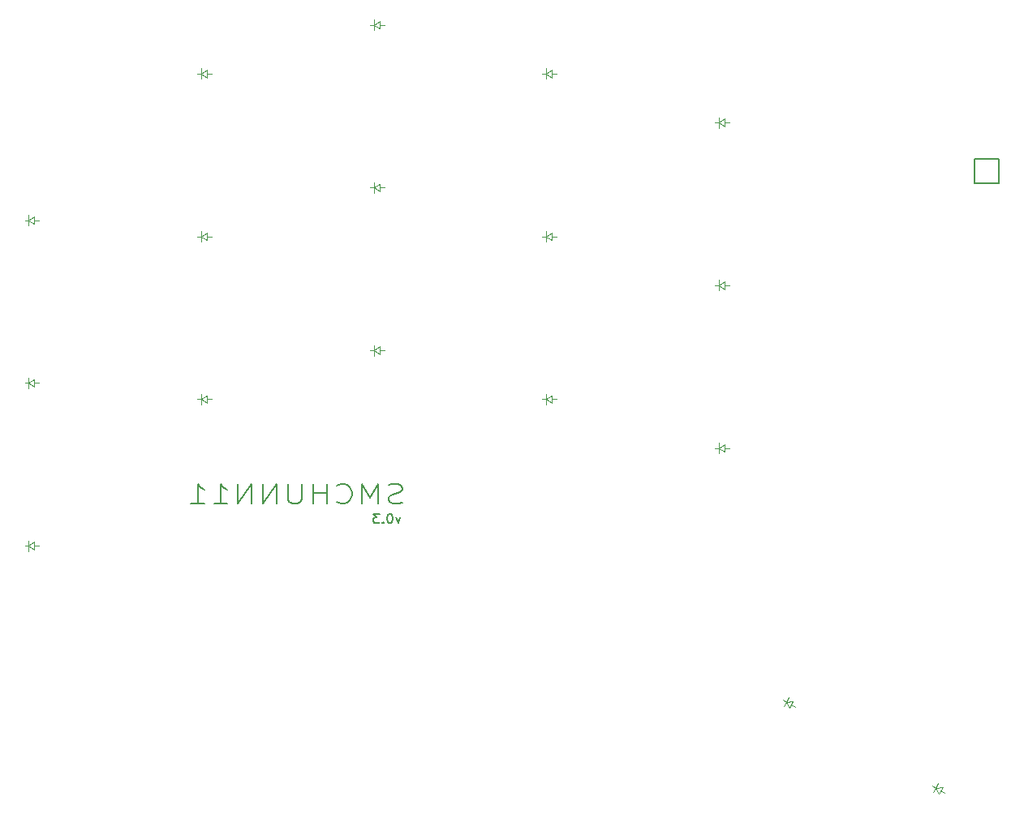
<source format=gbr>
%TF.GenerationSoftware,KiCad,Pcbnew,(6.0.6-1)-1*%
%TF.CreationDate,2022-08-23T15:24:18-05:00*%
%TF.ProjectId,smcboard,736d6362-6f61-4726-942e-6b696361645f,v1.0.0*%
%TF.SameCoordinates,Original*%
%TF.FileFunction,Legend,Bot*%
%TF.FilePolarity,Positive*%
%FSLAX46Y46*%
G04 Gerber Fmt 4.6, Leading zero omitted, Abs format (unit mm)*
G04 Created by KiCad (PCBNEW (6.0.6-1)-1) date 2022-08-23 15:24:18*
%MOMM*%
%LPD*%
G01*
G04 APERTURE LIST*
%ADD10C,0.200000*%
%ADD11C,0.100000*%
%ADD12C,0.150000*%
G04 APERTURE END LIST*
D10*
X113113904Y-94019523D02*
X112756761Y-94114761D01*
X112161523Y-94114761D01*
X111923428Y-94019523D01*
X111804380Y-93924285D01*
X111685333Y-93733809D01*
X111685333Y-93543333D01*
X111804380Y-93352857D01*
X111923428Y-93257619D01*
X112161523Y-93162380D01*
X112637714Y-93067142D01*
X112875809Y-92971904D01*
X112994857Y-92876666D01*
X113113904Y-92686190D01*
X113113904Y-92495714D01*
X112994857Y-92305238D01*
X112875809Y-92210000D01*
X112637714Y-92114761D01*
X112042476Y-92114761D01*
X111685333Y-92210000D01*
X110613904Y-94114761D02*
X110613904Y-92114761D01*
X109780571Y-93543333D01*
X108947238Y-92114761D01*
X108947238Y-94114761D01*
X106328190Y-93924285D02*
X106447238Y-94019523D01*
X106804380Y-94114761D01*
X107042476Y-94114761D01*
X107399619Y-94019523D01*
X107637714Y-93829047D01*
X107756761Y-93638571D01*
X107875809Y-93257619D01*
X107875809Y-92971904D01*
X107756761Y-92590952D01*
X107637714Y-92400476D01*
X107399619Y-92210000D01*
X107042476Y-92114761D01*
X106804380Y-92114761D01*
X106447238Y-92210000D01*
X106328190Y-92305238D01*
X105256761Y-94114761D02*
X105256761Y-92114761D01*
X105256761Y-93067142D02*
X103828190Y-93067142D01*
X103828190Y-94114761D02*
X103828190Y-92114761D01*
X102637714Y-92114761D02*
X102637714Y-93733809D01*
X102518666Y-93924285D01*
X102399619Y-94019523D01*
X102161523Y-94114761D01*
X101685333Y-94114761D01*
X101447238Y-94019523D01*
X101328190Y-93924285D01*
X101209142Y-93733809D01*
X101209142Y-92114761D01*
X100018666Y-94114761D02*
X100018666Y-92114761D01*
X98590095Y-94114761D01*
X98590095Y-92114761D01*
X97399619Y-94114761D02*
X97399619Y-92114761D01*
X95971047Y-94114761D01*
X95971047Y-92114761D01*
X93471047Y-94114761D02*
X94899619Y-94114761D01*
X94185333Y-94114761D02*
X94185333Y-92114761D01*
X94423428Y-92400476D01*
X94661523Y-92590952D01*
X94899619Y-92686190D01*
X91090095Y-94114761D02*
X92518666Y-94114761D01*
X91804380Y-94114761D02*
X91804380Y-92114761D01*
X92042476Y-92400476D01*
X92280571Y-92590952D01*
X92518666Y-92686190D01*
X112928571Y-95535714D02*
X112690476Y-96202380D01*
X112452380Y-95535714D01*
X111880952Y-95202380D02*
X111785714Y-95202380D01*
X111690476Y-95250000D01*
X111642857Y-95297619D01*
X111595238Y-95392857D01*
X111547619Y-95583333D01*
X111547619Y-95821428D01*
X111595238Y-96011904D01*
X111642857Y-96107142D01*
X111690476Y-96154761D01*
X111785714Y-96202380D01*
X111880952Y-96202380D01*
X111976190Y-96154761D01*
X112023809Y-96107142D01*
X112071428Y-96011904D01*
X112119047Y-95821428D01*
X112119047Y-95583333D01*
X112071428Y-95392857D01*
X112023809Y-95297619D01*
X111976190Y-95250000D01*
X111880952Y-95202380D01*
X111119047Y-96107142D02*
X111071428Y-96154761D01*
X111119047Y-96202380D01*
X111166666Y-96154761D01*
X111119047Y-96107142D01*
X111119047Y-96202380D01*
X110738095Y-95202380D02*
X110119047Y-95202380D01*
X110452380Y-95583333D01*
X110309523Y-95583333D01*
X110214285Y-95630952D01*
X110166666Y-95678571D01*
X110119047Y-95773809D01*
X110119047Y-96011904D01*
X110166666Y-96107142D01*
X110214285Y-96154761D01*
X110309523Y-96202380D01*
X110595238Y-96202380D01*
X110690476Y-96154761D01*
X110738095Y-96107142D01*
D11*
%TO.C,D6*%
X92750000Y-49650000D02*
X92150000Y-49250000D01*
X92150000Y-49250000D02*
X92150000Y-49800000D01*
X92750000Y-49250000D02*
X93250000Y-49250000D01*
X92750000Y-48850000D02*
X92750000Y-49650000D01*
X92150000Y-49250000D02*
X92750000Y-48850000D01*
X92150000Y-49250000D02*
X92150000Y-48700000D01*
X91750000Y-49250000D02*
X92150000Y-49250000D01*
%TO.C,D14*%
X146150000Y-71350000D02*
X146750000Y-70950000D01*
X146750000Y-71750000D02*
X146150000Y-71350000D01*
X146150000Y-71350000D02*
X146150000Y-70800000D01*
X145750000Y-71350000D02*
X146150000Y-71350000D01*
X146750000Y-70950000D02*
X146750000Y-71750000D01*
X146750000Y-71350000D02*
X147250000Y-71350000D01*
X146150000Y-71350000D02*
X146150000Y-71900000D01*
%TO.C,D17*%
X168438938Y-123639102D02*
X168785348Y-123839102D01*
X168785348Y-123839102D02*
X168510348Y-124315416D01*
X169104963Y-124485512D02*
X168785348Y-123839102D01*
X169304963Y-124139102D02*
X169737976Y-124389102D01*
X168785348Y-123839102D02*
X169060348Y-123362788D01*
X168785348Y-123839102D02*
X169504963Y-123792692D01*
X169504963Y-123792692D02*
X169104963Y-124485512D01*
%TO.C,D12*%
X128750000Y-49250000D02*
X129250000Y-49250000D01*
X128750000Y-48850000D02*
X128750000Y-49650000D01*
X128150000Y-49250000D02*
X128150000Y-49800000D01*
X128750000Y-49650000D02*
X128150000Y-49250000D01*
X128150000Y-49250000D02*
X128150000Y-48700000D01*
X128150000Y-49250000D02*
X128750000Y-48850000D01*
X127750000Y-49250000D02*
X128150000Y-49250000D01*
%TO.C,D5*%
X92750000Y-66250000D02*
X93250000Y-66250000D01*
X91750000Y-66250000D02*
X92150000Y-66250000D01*
X92150000Y-66250000D02*
X92750000Y-65850000D01*
X92150000Y-66250000D02*
X92150000Y-65700000D01*
X92750000Y-65850000D02*
X92750000Y-66650000D01*
X92750000Y-66650000D02*
X92150000Y-66250000D01*
X92150000Y-66250000D02*
X92150000Y-66800000D01*
%TO.C,D2*%
X74750000Y-81150000D02*
X74750000Y-81950000D01*
X74750000Y-81950000D02*
X74150000Y-81550000D01*
X74150000Y-81550000D02*
X74750000Y-81150000D01*
X74750000Y-81550000D02*
X75250000Y-81550000D01*
X74150000Y-81550000D02*
X74150000Y-82100000D01*
X73750000Y-81550000D02*
X74150000Y-81550000D01*
X74150000Y-81550000D02*
X74150000Y-81000000D01*
%TO.C,D9*%
X110150000Y-44150000D02*
X110150000Y-43600000D01*
X110750000Y-44150000D02*
X111250000Y-44150000D01*
X109750000Y-44150000D02*
X110150000Y-44150000D01*
X110750000Y-43750000D02*
X110750000Y-44550000D01*
X110750000Y-44550000D02*
X110150000Y-44150000D01*
X110150000Y-44150000D02*
X110750000Y-43750000D01*
X110150000Y-44150000D02*
X110150000Y-44700000D01*
%TO.C,D16*%
X153196891Y-114839102D02*
X152921891Y-115315416D01*
X152850481Y-114639102D02*
X153196891Y-114839102D01*
X153516506Y-115485512D02*
X153196891Y-114839102D01*
X153916506Y-114792692D02*
X153516506Y-115485512D01*
X153716506Y-115139102D02*
X154149519Y-115389102D01*
X153196891Y-114839102D02*
X153471891Y-114362788D01*
X153196891Y-114839102D02*
X153916506Y-114792692D01*
%TO.C,D13*%
X146150000Y-88350000D02*
X146150000Y-88900000D01*
X146750000Y-88750000D02*
X146150000Y-88350000D01*
X146150000Y-88350000D02*
X146750000Y-87950000D01*
X145750000Y-88350000D02*
X146150000Y-88350000D01*
X146750000Y-87950000D02*
X146750000Y-88750000D01*
X146750000Y-88350000D02*
X147250000Y-88350000D01*
X146150000Y-88350000D02*
X146150000Y-87800000D01*
%TO.C,D10*%
X128150000Y-83250000D02*
X128150000Y-83800000D01*
X127750000Y-83250000D02*
X128150000Y-83250000D01*
X128750000Y-83250000D02*
X129250000Y-83250000D01*
X128150000Y-83250000D02*
X128150000Y-82700000D01*
X128750000Y-83650000D02*
X128150000Y-83250000D01*
X128150000Y-83250000D02*
X128750000Y-82850000D01*
X128750000Y-82850000D02*
X128750000Y-83650000D01*
D12*
%TO.C,MCU1*%
X172850000Y-58110000D02*
X175390000Y-58110000D01*
X172850000Y-58110000D02*
X172850000Y-60650000D01*
X175390000Y-60650000D02*
X175390000Y-58110000D01*
X172850000Y-60650000D02*
X175390000Y-60650000D01*
D11*
%TO.C,D7*%
X110750000Y-78150000D02*
X111250000Y-78150000D01*
X110150000Y-78150000D02*
X110150000Y-78700000D01*
X110150000Y-78150000D02*
X110750000Y-77750000D01*
X109750000Y-78150000D02*
X110150000Y-78150000D01*
X110150000Y-78150000D02*
X110150000Y-77600000D01*
X110750000Y-77750000D02*
X110750000Y-78550000D01*
X110750000Y-78550000D02*
X110150000Y-78150000D01*
%TO.C,D15*%
X146150000Y-54350000D02*
X146750000Y-53950000D01*
X146750000Y-54350000D02*
X147250000Y-54350000D01*
X146150000Y-54350000D02*
X146150000Y-53800000D01*
X145750000Y-54350000D02*
X146150000Y-54350000D01*
X146750000Y-53950000D02*
X146750000Y-54750000D01*
X146150000Y-54350000D02*
X146150000Y-54900000D01*
X146750000Y-54750000D02*
X146150000Y-54350000D01*
%TO.C,D11*%
X128750000Y-66650000D02*
X128150000Y-66250000D01*
X128150000Y-66250000D02*
X128150000Y-66800000D01*
X127750000Y-66250000D02*
X128150000Y-66250000D01*
X128150000Y-66250000D02*
X128150000Y-65700000D01*
X128750000Y-65850000D02*
X128750000Y-66650000D01*
X128750000Y-66250000D02*
X129250000Y-66250000D01*
X128150000Y-66250000D02*
X128750000Y-65850000D01*
%TO.C,D4*%
X92750000Y-83250000D02*
X93250000Y-83250000D01*
X92150000Y-83250000D02*
X92150000Y-82700000D01*
X91750000Y-83250000D02*
X92150000Y-83250000D01*
X92750000Y-83650000D02*
X92150000Y-83250000D01*
X92150000Y-83250000D02*
X92750000Y-82850000D01*
X92750000Y-82850000D02*
X92750000Y-83650000D01*
X92150000Y-83250000D02*
X92150000Y-83800000D01*
%TO.C,D3*%
X73750000Y-64550000D02*
X74150000Y-64550000D01*
X74150000Y-64550000D02*
X74750000Y-64150000D01*
X74150000Y-64550000D02*
X74150000Y-65100000D01*
X74750000Y-64550000D02*
X75250000Y-64550000D01*
X74750000Y-64150000D02*
X74750000Y-64950000D01*
X74750000Y-64950000D02*
X74150000Y-64550000D01*
X74150000Y-64550000D02*
X74150000Y-64000000D01*
%TO.C,D8*%
X110750000Y-60750000D02*
X110750000Y-61550000D01*
X109750000Y-61150000D02*
X110150000Y-61150000D01*
X110750000Y-61150000D02*
X111250000Y-61150000D01*
X110150000Y-61150000D02*
X110150000Y-60600000D01*
X110750000Y-61550000D02*
X110150000Y-61150000D01*
X110150000Y-61150000D02*
X110150000Y-61700000D01*
X110150000Y-61150000D02*
X110750000Y-60750000D01*
%TO.C,D1*%
X74150000Y-98550000D02*
X74150000Y-99100000D01*
X74750000Y-98550000D02*
X75250000Y-98550000D01*
X74150000Y-98550000D02*
X74750000Y-98150000D01*
X74750000Y-98950000D02*
X74150000Y-98550000D01*
X74150000Y-98550000D02*
X74150000Y-98000000D01*
X74750000Y-98150000D02*
X74750000Y-98950000D01*
X73750000Y-98550000D02*
X74150000Y-98550000D01*
%TD*%
M02*

</source>
